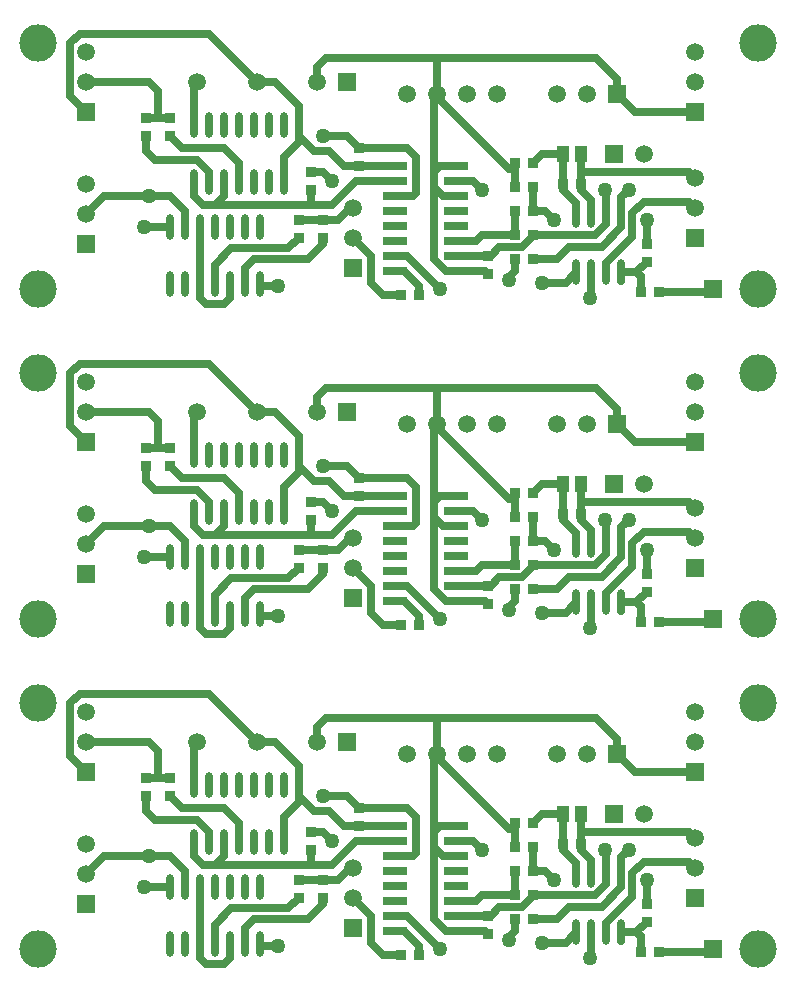
<source format=gtl>
%FSLAX24Y24*%
%MOIN*%
G70*
G01*
G75*
G04 Layer_Physical_Order=1*
G04 Layer_Color=255*
%ADD10R,0.0320X0.0360*%
%ADD11O,0.0236X0.0866*%
%ADD12R,0.0385X0.0520*%
%ADD13R,0.0360X0.0320*%
%ADD14R,0.0800X0.0260*%
%ADD15C,0.0250*%
%ADD16C,0.1250*%
%ADD17C,0.0591*%
%ADD18R,0.0591X0.0591*%
%ADD19R,0.0591X0.0591*%
%ADD20C,0.0500*%
D10*
X39250Y18850D02*
D03*
Y18250D02*
D03*
X34950Y22450D02*
D03*
Y21850D02*
D03*
X33750Y20050D02*
D03*
Y19450D02*
D03*
X32950Y20050D02*
D03*
Y19450D02*
D03*
X44550Y18650D02*
D03*
Y19250D02*
D03*
X27850Y22850D02*
D03*
Y23450D02*
D03*
X33350Y21650D02*
D03*
Y21050D02*
D03*
X28650Y22850D02*
D03*
Y23450D02*
D03*
X39250Y29850D02*
D03*
Y29250D02*
D03*
X34950Y33450D02*
D03*
Y32850D02*
D03*
X33750Y31050D02*
D03*
Y30450D02*
D03*
X32950Y31050D02*
D03*
Y30450D02*
D03*
X44550Y29650D02*
D03*
Y30250D02*
D03*
X27850Y33850D02*
D03*
Y34450D02*
D03*
X33350Y32650D02*
D03*
Y32050D02*
D03*
X28650Y33850D02*
D03*
Y34450D02*
D03*
X39250Y40850D02*
D03*
Y40250D02*
D03*
X34950Y44450D02*
D03*
Y43850D02*
D03*
X33750Y42050D02*
D03*
Y41450D02*
D03*
X32950Y42050D02*
D03*
Y41450D02*
D03*
X44550Y40650D02*
D03*
Y41250D02*
D03*
X27850Y44850D02*
D03*
Y45450D02*
D03*
X33350Y43650D02*
D03*
Y43050D02*
D03*
X28650Y44850D02*
D03*
Y45450D02*
D03*
D11*
X31650Y19795D02*
D03*
X31150D02*
D03*
X30650D02*
D03*
X30150D02*
D03*
X29650D02*
D03*
X29150D02*
D03*
X28650D02*
D03*
X31650Y17905D02*
D03*
X31150D02*
D03*
X30650D02*
D03*
X30150D02*
D03*
X29650D02*
D03*
X29150D02*
D03*
X28650D02*
D03*
X42200Y18305D02*
D03*
X42700D02*
D03*
X43200D02*
D03*
X43700D02*
D03*
X42200Y20195D02*
D03*
X42700D02*
D03*
X43200D02*
D03*
X43700D02*
D03*
X32450Y23195D02*
D03*
X31950D02*
D03*
X31450D02*
D03*
X30950D02*
D03*
X30450D02*
D03*
X29950D02*
D03*
X29450D02*
D03*
X32450Y21305D02*
D03*
X31950D02*
D03*
X31450D02*
D03*
X30950D02*
D03*
X30450D02*
D03*
X29950D02*
D03*
X29450D02*
D03*
X31650Y30795D02*
D03*
X31150D02*
D03*
X30650D02*
D03*
X30150D02*
D03*
X29650D02*
D03*
X29150D02*
D03*
X28650D02*
D03*
X31650Y28905D02*
D03*
X31150D02*
D03*
X30650D02*
D03*
X30150D02*
D03*
X29650D02*
D03*
X29150D02*
D03*
X28650D02*
D03*
X42200Y29305D02*
D03*
X42700D02*
D03*
X43200D02*
D03*
X43700D02*
D03*
X42200Y31195D02*
D03*
X42700D02*
D03*
X43200D02*
D03*
X43700D02*
D03*
X32450Y34195D02*
D03*
X31950D02*
D03*
X31450D02*
D03*
X30950D02*
D03*
X30450D02*
D03*
X29950D02*
D03*
X29450D02*
D03*
X32450Y32305D02*
D03*
X31950D02*
D03*
X31450D02*
D03*
X30950D02*
D03*
X30450D02*
D03*
X29950D02*
D03*
X29450D02*
D03*
X31650Y41795D02*
D03*
X31150D02*
D03*
X30650D02*
D03*
X30150D02*
D03*
X29650D02*
D03*
X29150D02*
D03*
X28650D02*
D03*
X31650Y39905D02*
D03*
X31150D02*
D03*
X30650D02*
D03*
X30150D02*
D03*
X29650D02*
D03*
X29150D02*
D03*
X28650D02*
D03*
X42200Y40305D02*
D03*
X42700D02*
D03*
X43200D02*
D03*
X43700D02*
D03*
X42200Y42195D02*
D03*
X42700D02*
D03*
X43200D02*
D03*
X43700D02*
D03*
X32450Y45195D02*
D03*
X31950D02*
D03*
X31450D02*
D03*
X30950D02*
D03*
X30450D02*
D03*
X29950D02*
D03*
X29450D02*
D03*
X32450Y43305D02*
D03*
X31950D02*
D03*
X31450D02*
D03*
X30950D02*
D03*
X30450D02*
D03*
X29950D02*
D03*
X29450D02*
D03*
D12*
X41750Y22250D02*
D03*
X42375D02*
D03*
X41750Y33250D02*
D03*
X42375D02*
D03*
X41750Y44250D02*
D03*
X42375D02*
D03*
D13*
X42350Y21250D02*
D03*
X41750D02*
D03*
X40750Y21950D02*
D03*
X40150D02*
D03*
X40750Y19550D02*
D03*
X40150D02*
D03*
X40750Y20350D02*
D03*
X40150D02*
D03*
X36350Y17550D02*
D03*
X36950D02*
D03*
X40750Y21150D02*
D03*
X40150D02*
D03*
X44950Y17650D02*
D03*
X44350D02*
D03*
X40750Y18750D02*
D03*
X40150D02*
D03*
X42350Y32250D02*
D03*
X41750D02*
D03*
X40750Y32950D02*
D03*
X40150D02*
D03*
X40750Y30550D02*
D03*
X40150D02*
D03*
X40750Y31350D02*
D03*
X40150D02*
D03*
X36350Y28550D02*
D03*
X36950D02*
D03*
X40750Y32150D02*
D03*
X40150D02*
D03*
X44950Y28650D02*
D03*
X44350D02*
D03*
X40750Y29750D02*
D03*
X40150D02*
D03*
X42350Y43250D02*
D03*
X41750D02*
D03*
X40750Y43950D02*
D03*
X40150D02*
D03*
X40750Y41550D02*
D03*
X40150D02*
D03*
X40750Y42350D02*
D03*
X40150D02*
D03*
X36350Y39550D02*
D03*
X36950D02*
D03*
X40750Y43150D02*
D03*
X40150D02*
D03*
X44950Y39650D02*
D03*
X44350D02*
D03*
X40750Y40750D02*
D03*
X40150D02*
D03*
D14*
X36150Y21850D02*
D03*
Y21350D02*
D03*
Y20850D02*
D03*
Y20350D02*
D03*
Y19850D02*
D03*
Y19350D02*
D03*
X38200Y21850D02*
D03*
Y21350D02*
D03*
Y20850D02*
D03*
Y20350D02*
D03*
Y19850D02*
D03*
Y19350D02*
D03*
X36150Y18850D02*
D03*
Y18350D02*
D03*
X38200Y18850D02*
D03*
Y18350D02*
D03*
X36150Y32850D02*
D03*
Y32350D02*
D03*
Y31850D02*
D03*
Y31350D02*
D03*
Y30850D02*
D03*
Y30350D02*
D03*
X38200Y32850D02*
D03*
Y32350D02*
D03*
Y31850D02*
D03*
Y31350D02*
D03*
Y30850D02*
D03*
Y30350D02*
D03*
X36150Y29850D02*
D03*
Y29350D02*
D03*
X38200Y29850D02*
D03*
Y29350D02*
D03*
X36150Y43850D02*
D03*
Y43350D02*
D03*
Y42850D02*
D03*
Y42350D02*
D03*
Y41850D02*
D03*
Y41350D02*
D03*
X38200Y43850D02*
D03*
Y43350D02*
D03*
Y42850D02*
D03*
Y42350D02*
D03*
Y41850D02*
D03*
Y41350D02*
D03*
X36150Y40850D02*
D03*
Y40350D02*
D03*
X38200Y40850D02*
D03*
Y40350D02*
D03*
D15*
X46650Y17650D02*
X46750Y17750D01*
X44950Y17650D02*
X46650D01*
X44205Y18305D02*
X44350Y18160D01*
Y17650D02*
Y18160D01*
X45950Y20650D02*
X46150Y20450D01*
X44450Y20650D02*
X45950D01*
X44075Y20275D02*
X44450Y20650D01*
X44550Y19250D02*
Y20050D01*
X43700Y18000D02*
Y18305D01*
X45950Y21650D02*
X46150Y21450D01*
X42350Y21650D02*
X45950D01*
X25850Y24650D02*
X27950D01*
X28250Y24350D01*
Y23450D02*
Y24350D01*
X36550Y18850D02*
X37500Y17900D01*
X36150Y18850D02*
X36550D01*
X29650Y17905D02*
Y19795D01*
Y17450D02*
X29853Y17247D01*
X30650Y17450D02*
Y17905D01*
X30450Y17250D02*
X30650Y17450D01*
X30295Y17250D02*
X30450D01*
X30292Y17247D02*
X30295Y17250D01*
X29853Y17247D02*
X30292D01*
X29650Y17450D02*
Y17905D01*
X31150Y18450D02*
X31450Y18750D01*
X33750Y19250D02*
Y19450D01*
X33250Y18750D02*
X33750Y19250D01*
X30150Y18550D02*
X30700Y19100D01*
X32600D01*
X32950Y19450D01*
X31450Y18750D02*
X33250D01*
X31150Y17905D02*
Y18450D01*
X30150Y17905D02*
Y18550D01*
X33750Y20050D02*
X34250D01*
X29150Y19795D02*
Y20350D01*
X28650Y20850D02*
X29150Y20350D01*
X26450Y20850D02*
X28650D01*
X25850Y20250D02*
X26450Y20850D01*
X34250Y20050D02*
X34650Y20450D01*
X35350Y17950D02*
Y18850D01*
X34750Y19450D02*
X35350Y18850D01*
Y17950D02*
X35750Y17550D01*
X37450Y18752D02*
X37852Y18350D01*
X37450Y18752D02*
Y21150D01*
X31650Y17905D02*
X31705Y17850D01*
X32250D01*
X32950Y20050D02*
X33750D01*
X36450Y18350D02*
X36950Y17850D01*
X36150Y18350D02*
X36450D01*
X36950Y17550D02*
Y17850D01*
X35750Y17550D02*
X36250D01*
X34650Y20450D02*
X34750D01*
X34050Y20550D02*
X34850Y21350D01*
X33350Y20550D02*
X34050D01*
X33750Y21650D02*
X34050Y21350D01*
X33350Y21650D02*
X33750D01*
X33350Y20550D02*
Y21050D01*
X30150Y20550D02*
X33350D01*
X33950Y22350D02*
X34450Y21850D01*
X33450Y22350D02*
X33950D01*
X33050Y22750D02*
X33450Y22350D01*
X34450Y21850D02*
X36150D01*
X32450Y22150D02*
X33050Y22750D01*
X34850Y21350D02*
X36150D01*
X27805Y19795D02*
X28650D01*
X34550Y22850D02*
X34950Y22450D01*
X33750Y22850D02*
X34550D01*
X36850Y20950D02*
Y22150D01*
X36150Y20850D02*
X36750D01*
X36850Y20950D01*
X37450Y21650D02*
Y24150D01*
X36550Y22450D02*
X36850Y22150D01*
X34950Y22450D02*
X36550D01*
X30150Y20550D02*
X30450Y20850D01*
X29750Y20550D02*
X30150D01*
X29450Y20850D02*
X29750Y20550D01*
X37500Y24200D02*
X39950Y21750D01*
X37500Y24200D02*
X37550Y24250D01*
X37450Y24150D02*
X37500Y24200D01*
X37852Y18350D02*
X38200D01*
X37650Y21850D02*
X38200D01*
X37450Y21650D02*
X37650Y21850D01*
X37450Y21150D02*
Y21650D01*
Y21150D02*
X37750Y20850D01*
X38200D01*
Y21350D02*
X38750D01*
X39050Y21050D01*
X39950Y18050D02*
Y18150D01*
X40150Y18350D01*
Y18750D01*
X39150Y18350D02*
X39250Y18250D01*
X38200Y18350D02*
X39150D01*
X39050Y19550D02*
X40150D01*
X38850Y19350D02*
X39050Y19550D01*
X38400Y19350D02*
X38850D01*
X39635Y19135D02*
X40393D01*
X39350Y18850D02*
X39635Y19135D01*
X39250Y18850D02*
X39350D01*
X40393Y19135D02*
X40750Y19492D01*
Y19550D01*
X38200Y18850D02*
X39250D01*
X40150Y21150D02*
Y21950D01*
X44075Y19480D02*
Y20275D01*
X43200Y18605D02*
X44075Y19480D01*
X43200Y18305D02*
Y18605D01*
X44205Y18305D02*
X44550Y18650D01*
X43700Y18305D02*
X44205D01*
X43700Y20800D02*
X43950Y21050D01*
X43700Y20195D02*
Y20800D01*
Y19800D02*
Y20195D01*
X43050Y19150D02*
X43700Y19800D01*
X41950Y19150D02*
X43050D01*
X43200Y19895D02*
Y20195D01*
X42842Y19537D02*
X43200Y19895D01*
X40763Y19537D02*
X42842D01*
X40750Y20350D02*
X41150D01*
X41450Y20050D01*
X41050Y17950D02*
X41845D01*
X42200Y18305D01*
X41550Y18750D02*
X41950Y19150D01*
X40750Y18750D02*
X41550D01*
X40750Y19550D02*
X40763Y19537D01*
X40150Y19550D02*
Y20350D01*
X40750D02*
Y21150D01*
X37550Y24250D02*
Y25450D01*
X42850D01*
X33850D02*
X37550D01*
X40750Y21950D02*
X41050Y22250D01*
X41750D01*
X42350Y21650D02*
Y22225D01*
Y21250D02*
Y21650D01*
X41750Y21050D02*
X42200Y20600D01*
Y20195D02*
Y20600D01*
X41750Y21050D02*
Y21250D01*
X42350Y21050D02*
Y21250D01*
Y21050D02*
X42700Y20700D01*
X42650Y17450D02*
X42700Y17500D01*
Y18305D01*
X43150Y21050D02*
X43200Y21000D01*
Y20195D02*
Y21000D01*
X42700Y20195D02*
Y20700D01*
X43700Y18305D02*
X43805D01*
X41750Y21250D02*
Y22250D01*
X42850Y25450D02*
X43550Y24750D01*
X44150Y23650D02*
X46150D01*
X43550Y24250D02*
X44150Y23650D01*
X29950Y26250D02*
X31550Y24650D01*
X25650Y26250D02*
X29950D01*
X25330Y25930D02*
X25650Y26250D01*
X25330Y24170D02*
Y25930D01*
Y24170D02*
X25850Y23650D01*
X28250Y23450D02*
X28650D01*
X27850D02*
X28250D01*
X32950Y22650D02*
Y23850D01*
X32150Y24650D02*
X32950Y23850D01*
X31550Y24650D02*
X32150D01*
X32450Y21305D02*
Y22150D01*
X29450Y24550D02*
X29550Y24650D01*
X29450Y23195D02*
Y24550D01*
X29050Y22450D02*
X30450D01*
X28650Y22850D02*
X29050Y22450D01*
X27850Y22350D02*
Y22850D01*
Y22350D02*
X28150Y22050D01*
X30950Y21305D02*
Y21950D01*
X30450Y22450D02*
X30950Y21950D01*
X30450Y20850D02*
Y21305D01*
X29450Y20850D02*
Y21305D01*
X29550Y22050D02*
X29950Y21650D01*
Y21305D02*
Y21650D01*
X28150Y22050D02*
X29550D01*
X33550Y25150D02*
X33850Y25450D01*
X33550Y24650D02*
Y25150D01*
X43550Y24250D02*
Y24750D01*
X46650Y28650D02*
X46750Y28750D01*
X44950Y28650D02*
X46650D01*
X44205Y29305D02*
X44350Y29160D01*
Y28650D02*
Y29160D01*
X45950Y31650D02*
X46150Y31450D01*
X44450Y31650D02*
X45950D01*
X44075Y31275D02*
X44450Y31650D01*
X44550Y30250D02*
Y31050D01*
X43700Y29000D02*
Y29305D01*
X45950Y32650D02*
X46150Y32450D01*
X42350Y32650D02*
X45950D01*
X25850Y35650D02*
X27950D01*
X28250Y35350D01*
Y34450D02*
Y35350D01*
X36550Y29850D02*
X37500Y28900D01*
X36150Y29850D02*
X36550D01*
X29650Y28905D02*
Y30795D01*
Y28450D02*
X29853Y28247D01*
X30650Y28450D02*
Y28905D01*
X30450Y28250D02*
X30650Y28450D01*
X30295Y28250D02*
X30450D01*
X30292Y28247D02*
X30295Y28250D01*
X29853Y28247D02*
X30292D01*
X29650Y28450D02*
Y28905D01*
X31150Y29450D02*
X31450Y29750D01*
X33750Y30250D02*
Y30450D01*
X33250Y29750D02*
X33750Y30250D01*
X30150Y29550D02*
X30700Y30100D01*
X32600D01*
X32950Y30450D01*
X31450Y29750D02*
X33250D01*
X31150Y28905D02*
Y29450D01*
X30150Y28905D02*
Y29550D01*
X33750Y31050D02*
X34250D01*
X29150Y30795D02*
Y31350D01*
X28650Y31850D02*
X29150Y31350D01*
X26450Y31850D02*
X28650D01*
X25850Y31250D02*
X26450Y31850D01*
X34250Y31050D02*
X34650Y31450D01*
X35350Y28950D02*
Y29850D01*
X34750Y30450D02*
X35350Y29850D01*
Y28950D02*
X35750Y28550D01*
X37450Y29752D02*
X37852Y29350D01*
X37450Y29752D02*
Y32150D01*
X31650Y28905D02*
X31705Y28850D01*
X32250D01*
X32950Y31050D02*
X33750D01*
X36450Y29350D02*
X36950Y28850D01*
X36150Y29350D02*
X36450D01*
X36950Y28550D02*
Y28850D01*
X35750Y28550D02*
X36250D01*
X34650Y31450D02*
X34750D01*
X34050Y31550D02*
X34850Y32350D01*
X33350Y31550D02*
X34050D01*
X33750Y32650D02*
X34050Y32350D01*
X33350Y32650D02*
X33750D01*
X33350Y31550D02*
Y32050D01*
X30150Y31550D02*
X33350D01*
X33950Y33350D02*
X34450Y32850D01*
X33450Y33350D02*
X33950D01*
X33050Y33750D02*
X33450Y33350D01*
X34450Y32850D02*
X36150D01*
X32450Y33150D02*
X33050Y33750D01*
X34850Y32350D02*
X36150D01*
X27805Y30795D02*
X28650D01*
X34550Y33850D02*
X34950Y33450D01*
X33750Y33850D02*
X34550D01*
X36850Y31950D02*
Y33150D01*
X36150Y31850D02*
X36750D01*
X36850Y31950D01*
X37450Y32650D02*
Y35150D01*
X36550Y33450D02*
X36850Y33150D01*
X34950Y33450D02*
X36550D01*
X30150Y31550D02*
X30450Y31850D01*
X29750Y31550D02*
X30150D01*
X29450Y31850D02*
X29750Y31550D01*
X37500Y35200D02*
X39950Y32750D01*
X37500Y35200D02*
X37550Y35250D01*
X37450Y35150D02*
X37500Y35200D01*
X37852Y29350D02*
X38200D01*
X37650Y32850D02*
X38200D01*
X37450Y32650D02*
X37650Y32850D01*
X37450Y32150D02*
Y32650D01*
Y32150D02*
X37750Y31850D01*
X38200D01*
Y32350D02*
X38750D01*
X39050Y32050D01*
X39950Y29050D02*
Y29150D01*
X40150Y29350D01*
Y29750D01*
X39150Y29350D02*
X39250Y29250D01*
X38200Y29350D02*
X39150D01*
X39050Y30550D02*
X40150D01*
X38850Y30350D02*
X39050Y30550D01*
X38400Y30350D02*
X38850D01*
X39635Y30135D02*
X40393D01*
X39350Y29850D02*
X39635Y30135D01*
X39250Y29850D02*
X39350D01*
X40393Y30135D02*
X40750Y30492D01*
Y30550D01*
X38200Y29850D02*
X39250D01*
X40150Y32150D02*
Y32950D01*
X44075Y30480D02*
Y31275D01*
X43200Y29605D02*
X44075Y30480D01*
X43200Y29305D02*
Y29605D01*
X44205Y29305D02*
X44550Y29650D01*
X43700Y29305D02*
X44205D01*
X43700Y31800D02*
X43950Y32050D01*
X43700Y31195D02*
Y31800D01*
Y30800D02*
Y31195D01*
X43050Y30150D02*
X43700Y30800D01*
X41950Y30150D02*
X43050D01*
X43200Y30895D02*
Y31195D01*
X42842Y30537D02*
X43200Y30895D01*
X40763Y30537D02*
X42842D01*
X40750Y31350D02*
X41150D01*
X41450Y31050D01*
X41050Y28950D02*
X41845D01*
X42200Y29305D01*
X41550Y29750D02*
X41950Y30150D01*
X40750Y29750D02*
X41550D01*
X40750Y30550D02*
X40763Y30537D01*
X40150Y30550D02*
Y31350D01*
X40750D02*
Y32150D01*
X37550Y35250D02*
Y36450D01*
X42850D01*
X33850D02*
X37550D01*
X40750Y32950D02*
X41050Y33250D01*
X41750D01*
X42350Y32650D02*
Y33225D01*
Y32250D02*
Y32650D01*
X41750Y32050D02*
X42200Y31600D01*
Y31195D02*
Y31600D01*
X41750Y32050D02*
Y32250D01*
X42350Y32050D02*
Y32250D01*
Y32050D02*
X42700Y31700D01*
X42650Y28450D02*
X42700Y28500D01*
Y29305D01*
X43150Y32050D02*
X43200Y32000D01*
Y31195D02*
Y32000D01*
X42700Y31195D02*
Y31700D01*
X43700Y29305D02*
X43805D01*
X41750Y32250D02*
Y33250D01*
X42850Y36450D02*
X43550Y35750D01*
X44150Y34650D02*
X46150D01*
X43550Y35250D02*
X44150Y34650D01*
X29950Y37250D02*
X31550Y35650D01*
X25650Y37250D02*
X29950D01*
X25330Y36930D02*
X25650Y37250D01*
X25330Y35170D02*
Y36930D01*
Y35170D02*
X25850Y34650D01*
X28250Y34450D02*
X28650D01*
X27850D02*
X28250D01*
X32950Y33650D02*
Y34850D01*
X32150Y35650D02*
X32950Y34850D01*
X31550Y35650D02*
X32150D01*
X32450Y32305D02*
Y33150D01*
X29450Y35550D02*
X29550Y35650D01*
X29450Y34195D02*
Y35550D01*
X29050Y33450D02*
X30450D01*
X28650Y33850D02*
X29050Y33450D01*
X27850Y33350D02*
Y33850D01*
Y33350D02*
X28150Y33050D01*
X30950Y32305D02*
Y32950D01*
X30450Y33450D02*
X30950Y32950D01*
X30450Y31850D02*
Y32305D01*
X29450Y31850D02*
Y32305D01*
X29550Y33050D02*
X29950Y32650D01*
Y32305D02*
Y32650D01*
X28150Y33050D02*
X29550D01*
X33550Y36150D02*
X33850Y36450D01*
X33550Y35650D02*
Y36150D01*
X43550Y35250D02*
Y35750D01*
X46650Y39650D02*
X46750Y39750D01*
X44950Y39650D02*
X46650D01*
X44205Y40305D02*
X44350Y40160D01*
Y39650D02*
Y40160D01*
X45950Y42650D02*
X46150Y42450D01*
X44450Y42650D02*
X45950D01*
X44075Y42275D02*
X44450Y42650D01*
X44550Y41250D02*
Y42050D01*
X43700Y40000D02*
Y40305D01*
X45950Y43650D02*
X46150Y43450D01*
X42350Y43650D02*
X45950D01*
X25850Y46650D02*
X27950D01*
X28250Y46350D01*
Y45450D02*
Y46350D01*
X36550Y40850D02*
X37500Y39900D01*
X36150Y40850D02*
X36550D01*
X29650Y39905D02*
Y41795D01*
Y39450D02*
X29853Y39247D01*
X30650Y39450D02*
Y39905D01*
X30450Y39250D02*
X30650Y39450D01*
X30295Y39250D02*
X30450D01*
X30292Y39247D02*
X30295Y39250D01*
X29853Y39247D02*
X30292D01*
X29650Y39450D02*
Y39905D01*
X31150Y40450D02*
X31450Y40750D01*
X33750Y41250D02*
Y41450D01*
X33250Y40750D02*
X33750Y41250D01*
X30150Y40550D02*
X30700Y41100D01*
X32600D01*
X32950Y41450D01*
X31450Y40750D02*
X33250D01*
X31150Y39905D02*
Y40450D01*
X30150Y39905D02*
Y40550D01*
X33750Y42050D02*
X34250D01*
X29150Y41795D02*
Y42350D01*
X28650Y42850D02*
X29150Y42350D01*
X26450Y42850D02*
X28650D01*
X25850Y42250D02*
X26450Y42850D01*
X34250Y42050D02*
X34650Y42450D01*
X35350Y39950D02*
Y40850D01*
X34750Y41450D02*
X35350Y40850D01*
Y39950D02*
X35750Y39550D01*
X37450Y40752D02*
X37852Y40350D01*
X37450Y40752D02*
Y43150D01*
X31650Y39905D02*
X31705Y39850D01*
X32250D01*
X32950Y42050D02*
X33750D01*
X36450Y40350D02*
X36950Y39850D01*
X36150Y40350D02*
X36450D01*
X36950Y39550D02*
Y39850D01*
X35750Y39550D02*
X36250D01*
X34650Y42450D02*
X34750D01*
X34050Y42550D02*
X34850Y43350D01*
X33350Y42550D02*
X34050D01*
X33750Y43650D02*
X34050Y43350D01*
X33350Y43650D02*
X33750D01*
X33350Y42550D02*
Y43050D01*
X30150Y42550D02*
X33350D01*
X33950Y44350D02*
X34450Y43850D01*
X33450Y44350D02*
X33950D01*
X33050Y44750D02*
X33450Y44350D01*
X34450Y43850D02*
X36150D01*
X32450Y44150D02*
X33050Y44750D01*
X34850Y43350D02*
X36150D01*
X27805Y41795D02*
X28650D01*
X34550Y44850D02*
X34950Y44450D01*
X33750Y44850D02*
X34550D01*
X36850Y42950D02*
Y44150D01*
X36150Y42850D02*
X36750D01*
X36850Y42950D01*
X37450Y43650D02*
Y46150D01*
X36550Y44450D02*
X36850Y44150D01*
X34950Y44450D02*
X36550D01*
X30150Y42550D02*
X30450Y42850D01*
X29750Y42550D02*
X30150D01*
X29450Y42850D02*
X29750Y42550D01*
X37500Y46200D02*
X39950Y43750D01*
X37500Y46200D02*
X37550Y46250D01*
X37450Y46150D02*
X37500Y46200D01*
X37852Y40350D02*
X38200D01*
X37650Y43850D02*
X38200D01*
X37450Y43650D02*
X37650Y43850D01*
X37450Y43150D02*
Y43650D01*
Y43150D02*
X37750Y42850D01*
X38200D01*
Y43350D02*
X38750D01*
X39050Y43050D01*
X39950Y40050D02*
Y40150D01*
X40150Y40350D01*
Y40750D01*
X39150Y40350D02*
X39250Y40250D01*
X38200Y40350D02*
X39150D01*
X39050Y41550D02*
X40150D01*
X38850Y41350D02*
X39050Y41550D01*
X38400Y41350D02*
X38850D01*
X39635Y41135D02*
X40393D01*
X39350Y40850D02*
X39635Y41135D01*
X39250Y40850D02*
X39350D01*
X40393Y41135D02*
X40750Y41492D01*
Y41550D01*
X38200Y40850D02*
X39250D01*
X40150Y43150D02*
Y43950D01*
X44075Y41480D02*
Y42275D01*
X43200Y40605D02*
X44075Y41480D01*
X43200Y40305D02*
Y40605D01*
X44205Y40305D02*
X44550Y40650D01*
X43700Y40305D02*
X44205D01*
X43700Y42800D02*
X43950Y43050D01*
X43700Y42195D02*
Y42800D01*
Y41800D02*
Y42195D01*
X43050Y41150D02*
X43700Y41800D01*
X41950Y41150D02*
X43050D01*
X43200Y41895D02*
Y42195D01*
X42842Y41537D02*
X43200Y41895D01*
X40763Y41537D02*
X42842D01*
X40750Y42350D02*
X41150D01*
X41450Y42050D01*
X41050Y39950D02*
X41845D01*
X42200Y40305D01*
X41550Y40750D02*
X41950Y41150D01*
X40750Y40750D02*
X41550D01*
X40750Y41550D02*
X40763Y41537D01*
X40150Y41550D02*
Y42350D01*
X40750D02*
Y43150D01*
X37550Y46250D02*
Y47450D01*
X42850D01*
X33850D02*
X37550D01*
X40750Y43950D02*
X41050Y44250D01*
X41750D01*
X42350Y43650D02*
Y44225D01*
Y43250D02*
Y43650D01*
X41750Y43050D02*
X42200Y42600D01*
Y42195D02*
Y42600D01*
X41750Y43050D02*
Y43250D01*
X42350Y43050D02*
Y43250D01*
Y43050D02*
X42700Y42700D01*
X42650Y39450D02*
X42700Y39500D01*
Y40305D01*
X43150Y43050D02*
X43200Y43000D01*
Y42195D02*
Y43000D01*
X42700Y42195D02*
Y42700D01*
X43700Y40305D02*
X43805D01*
X41750Y43250D02*
Y44250D01*
X42850Y47450D02*
X43550Y46750D01*
X44150Y45650D02*
X46150D01*
X43550Y46250D02*
X44150Y45650D01*
X29950Y48250D02*
X31550Y46650D01*
X25650Y48250D02*
X29950D01*
X25330Y47930D02*
X25650Y48250D01*
X25330Y46170D02*
Y47930D01*
Y46170D02*
X25850Y45650D01*
X28250Y45450D02*
X28650D01*
X27850D02*
X28250D01*
X32950Y44650D02*
Y45850D01*
X32150Y46650D02*
X32950Y45850D01*
X31550Y46650D02*
X32150D01*
X32450Y43305D02*
Y44150D01*
X29450Y46550D02*
X29550Y46650D01*
X29450Y45195D02*
Y46550D01*
X29050Y44450D02*
X30450D01*
X28650Y44850D02*
X29050Y44450D01*
X27850Y44350D02*
Y44850D01*
Y44350D02*
X28150Y44050D01*
X30950Y43305D02*
Y43950D01*
X30450Y44450D02*
X30950Y43950D01*
X30450Y42850D02*
Y43305D01*
X29450Y42850D02*
Y43305D01*
X29550Y44050D02*
X29950Y43650D01*
Y43305D02*
Y43650D01*
X28150Y44050D02*
X29550D01*
X33550Y47150D02*
X33850Y47450D01*
X33550Y46650D02*
Y47150D01*
X43550Y46250D02*
Y46750D01*
D16*
X48250Y17750D02*
D03*
Y25950D02*
D03*
X24250Y17750D02*
D03*
Y25950D02*
D03*
X48250Y28750D02*
D03*
Y36950D02*
D03*
X24250Y28750D02*
D03*
Y36950D02*
D03*
X48250Y39750D02*
D03*
Y47950D02*
D03*
X24250Y39750D02*
D03*
Y47950D02*
D03*
D17*
X36550Y24250D02*
D03*
X37550D02*
D03*
X39550D02*
D03*
X42550D02*
D03*
X41550D02*
D03*
X38550D02*
D03*
X33550Y24650D02*
D03*
X31550D02*
D03*
X29550D02*
D03*
X46150D02*
D03*
Y25650D02*
D03*
Y20450D02*
D03*
Y21450D02*
D03*
X25850Y20250D02*
D03*
Y21250D02*
D03*
X34750Y20450D02*
D03*
Y19450D02*
D03*
X25850Y24650D02*
D03*
Y25650D02*
D03*
X44450Y22250D02*
D03*
X36550Y35250D02*
D03*
X37550D02*
D03*
X39550D02*
D03*
X42550D02*
D03*
X41550D02*
D03*
X38550D02*
D03*
X33550Y35650D02*
D03*
X31550D02*
D03*
X29550D02*
D03*
X46150D02*
D03*
Y36650D02*
D03*
Y31450D02*
D03*
Y32450D02*
D03*
X25850Y31250D02*
D03*
Y32250D02*
D03*
X34750Y31450D02*
D03*
Y30450D02*
D03*
X25850Y35650D02*
D03*
Y36650D02*
D03*
X44450Y33250D02*
D03*
X36550Y46250D02*
D03*
X37550D02*
D03*
X39550D02*
D03*
X42550D02*
D03*
X41550D02*
D03*
X38550D02*
D03*
X33550Y46650D02*
D03*
X31550D02*
D03*
X29550D02*
D03*
X46150D02*
D03*
Y47650D02*
D03*
Y42450D02*
D03*
Y43450D02*
D03*
X25850Y42250D02*
D03*
Y43250D02*
D03*
X34750Y42450D02*
D03*
Y41450D02*
D03*
X25850Y46650D02*
D03*
Y47650D02*
D03*
X44450Y44250D02*
D03*
D18*
X43550Y24250D02*
D03*
X34550Y24650D02*
D03*
X43450Y22250D02*
D03*
X43550Y35250D02*
D03*
X34550Y35650D02*
D03*
X43450Y33250D02*
D03*
X43550Y46250D02*
D03*
X34550Y46650D02*
D03*
X43450Y44250D02*
D03*
D19*
X46150Y23650D02*
D03*
Y19450D02*
D03*
X46750Y17750D02*
D03*
X25850Y19250D02*
D03*
X34750Y18450D02*
D03*
X25850Y23650D02*
D03*
X46150Y34650D02*
D03*
Y30450D02*
D03*
X46750Y28750D02*
D03*
X25850Y30250D02*
D03*
X34750Y29450D02*
D03*
X25850Y34650D02*
D03*
X46150Y45650D02*
D03*
Y41450D02*
D03*
X46750Y39750D02*
D03*
X25850Y41250D02*
D03*
X34750Y40450D02*
D03*
X25850Y45650D02*
D03*
D20*
X44550Y20050D02*
D03*
X27950Y20850D02*
D03*
X37650Y17750D02*
D03*
X32250Y17850D02*
D03*
X34050Y21350D02*
D03*
X27805Y19795D02*
D03*
X33750Y22850D02*
D03*
X39050Y21050D02*
D03*
X39950Y18050D02*
D03*
X43950Y21050D02*
D03*
X41450Y20050D02*
D03*
X41050Y17950D02*
D03*
X42650Y17450D02*
D03*
X43150Y21050D02*
D03*
X44550Y31050D02*
D03*
X27950Y31850D02*
D03*
X37650Y28750D02*
D03*
X32250Y28850D02*
D03*
X34050Y32350D02*
D03*
X27805Y30795D02*
D03*
X33750Y33850D02*
D03*
X39050Y32050D02*
D03*
X39950Y29050D02*
D03*
X43950Y32050D02*
D03*
X41450Y31050D02*
D03*
X41050Y28950D02*
D03*
X42650Y28450D02*
D03*
X43150Y32050D02*
D03*
X44550Y42050D02*
D03*
X27950Y42850D02*
D03*
X37650Y39750D02*
D03*
X32250Y39850D02*
D03*
X34050Y43350D02*
D03*
X27805Y41795D02*
D03*
X33750Y44850D02*
D03*
X39050Y43050D02*
D03*
X39950Y40050D02*
D03*
X43950Y43050D02*
D03*
X41450Y42050D02*
D03*
X41050Y39950D02*
D03*
X42650Y39450D02*
D03*
X43150Y43050D02*
D03*
M02*

</source>
